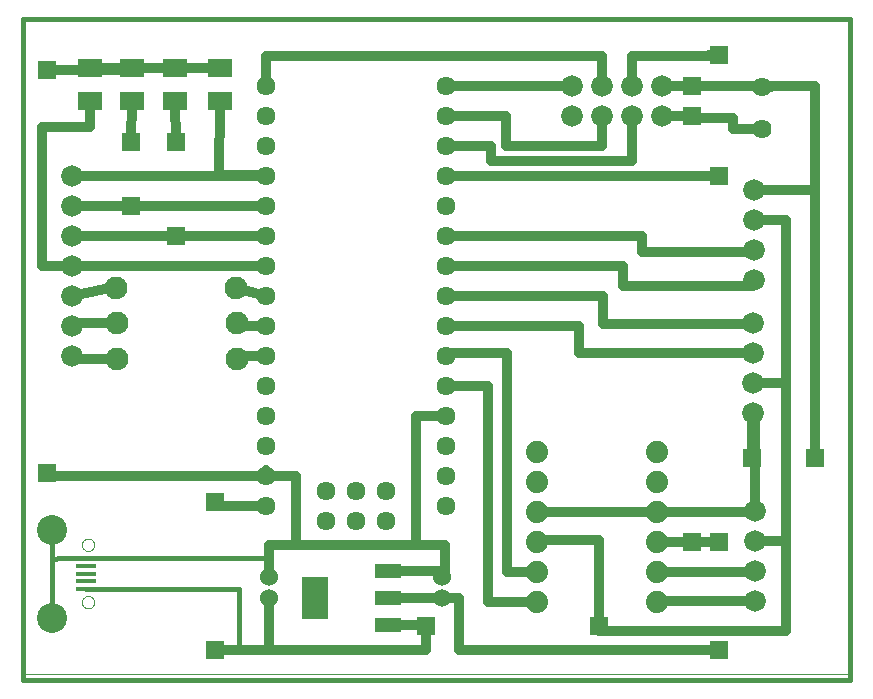
<source format=gbr>
G75*
G70*
%OFA0B0*%
%FSLAX24Y24*%
%IPPOS*%
%LPD*%
%AMOC8*
5,1,8,0,0,1.08239X$1,22.5*
%
%ADD10C,0.0000*%
%ADD11C,0.0160*%
%ADD12C,0.0740*%
%ADD13C,0.0600*%
%ADD14C,0.0720*%
%ADD15R,0.0880X0.0480*%
%ADD16R,0.0866X0.1417*%
%ADD17C,0.0635*%
%ADD18R,0.0689X0.0157*%
%ADD19C,0.1000*%
%ADD20C,0.0640*%
%ADD21C,0.0760*%
%ADD22R,0.0787X0.0630*%
%ADD23R,0.0596X0.0596*%
%ADD24C,0.0320*%
D10*
X000180Y000367D02*
X000180Y022137D01*
X027812Y022137D01*
X027812Y000367D01*
X000180Y000367D01*
X002155Y002772D02*
X002157Y002800D01*
X002163Y002828D01*
X002172Y002854D01*
X002185Y002880D01*
X002201Y002903D01*
X002221Y002923D01*
X002243Y002941D01*
X002267Y002956D01*
X002293Y002967D01*
X002320Y002975D01*
X002348Y002979D01*
X002376Y002979D01*
X002404Y002975D01*
X002431Y002967D01*
X002457Y002956D01*
X002481Y002941D01*
X002503Y002923D01*
X002523Y002903D01*
X002539Y002880D01*
X002552Y002854D01*
X002561Y002828D01*
X002567Y002800D01*
X002569Y002772D01*
X002567Y002744D01*
X002561Y002716D01*
X002552Y002690D01*
X002539Y002664D01*
X002523Y002641D01*
X002503Y002621D01*
X002481Y002603D01*
X002457Y002588D01*
X002431Y002577D01*
X002404Y002569D01*
X002376Y002565D01*
X002348Y002565D01*
X002320Y002569D01*
X002293Y002577D01*
X002267Y002588D01*
X002243Y002603D01*
X002221Y002621D01*
X002201Y002641D01*
X002185Y002664D01*
X002172Y002690D01*
X002163Y002716D01*
X002157Y002744D01*
X002155Y002772D01*
X002155Y004682D02*
X002157Y004710D01*
X002163Y004738D01*
X002172Y004764D01*
X002185Y004790D01*
X002201Y004813D01*
X002221Y004833D01*
X002243Y004851D01*
X002267Y004866D01*
X002293Y004877D01*
X002320Y004885D01*
X002348Y004889D01*
X002376Y004889D01*
X002404Y004885D01*
X002431Y004877D01*
X002457Y004866D01*
X002481Y004851D01*
X002503Y004833D01*
X002523Y004813D01*
X002539Y004790D01*
X002552Y004764D01*
X002561Y004738D01*
X002567Y004710D01*
X002569Y004682D01*
X002567Y004654D01*
X002561Y004626D01*
X002552Y004600D01*
X002539Y004574D01*
X002523Y004551D01*
X002503Y004531D01*
X002481Y004513D01*
X002457Y004498D01*
X002431Y004487D01*
X002404Y004479D01*
X002376Y004475D01*
X002348Y004475D01*
X002320Y004479D01*
X002293Y004487D01*
X002267Y004498D01*
X002243Y004513D01*
X002221Y004531D01*
X002201Y004551D01*
X002185Y004574D01*
X002172Y004600D01*
X002163Y004626D01*
X002157Y004654D01*
X002155Y004682D01*
D11*
X000198Y000180D02*
X000198Y022227D01*
X027757Y022227D01*
X027757Y000180D01*
X000198Y000180D01*
X001169Y002261D02*
X001169Y004207D01*
X001489Y004239D01*
X002281Y004239D01*
X008400Y004239D01*
X008400Y004207D01*
X007380Y003215D02*
X007380Y001167D01*
X008340Y001167D01*
X007380Y003215D02*
X002281Y003215D01*
X001169Y004207D02*
X001169Y005194D01*
D12*
X017320Y004787D03*
X017320Y005787D03*
X017320Y006787D03*
X017320Y007787D03*
X021320Y007787D03*
X021320Y006787D03*
X021320Y005787D03*
X021320Y004787D03*
X021320Y003787D03*
X021320Y002787D03*
X017320Y002787D03*
X017320Y003787D03*
D13*
X014160Y003617D03*
X014160Y002917D03*
X008400Y002917D03*
X008400Y003617D03*
D14*
X001834Y010972D03*
X001834Y011972D03*
X001834Y012972D03*
X001834Y013972D03*
X001834Y014972D03*
X001834Y015972D03*
X001834Y016972D03*
X018481Y018987D03*
X019481Y018987D03*
X020481Y018987D03*
X021481Y018987D03*
X021481Y019987D03*
X020481Y019987D03*
X019481Y019987D03*
X018481Y019987D03*
X024561Y016523D03*
X024561Y015523D03*
X024561Y014523D03*
X024561Y013523D03*
X024537Y012066D03*
X024537Y011066D03*
X024537Y010066D03*
X024537Y009066D03*
X024580Y005807D03*
X024580Y004807D03*
X024580Y003807D03*
X024580Y002807D03*
D15*
X012360Y002907D03*
X012360Y001997D03*
X012360Y003817D03*
D16*
X009920Y002907D03*
D17*
X010300Y005487D03*
X011300Y005487D03*
X012300Y005487D03*
X012300Y006487D03*
X011300Y006487D03*
X010300Y006487D03*
X008300Y005987D03*
X008300Y006987D03*
X008300Y007987D03*
X008300Y008987D03*
X008300Y009987D03*
X008300Y010987D03*
X008300Y011987D03*
X008300Y012987D03*
X008300Y013987D03*
X008300Y014987D03*
X008300Y015987D03*
X008300Y016987D03*
X008300Y017987D03*
X008300Y018987D03*
X008300Y019987D03*
X014300Y019987D03*
X014300Y018987D03*
X014300Y017987D03*
X014300Y016987D03*
X014300Y015987D03*
X014300Y014987D03*
X014300Y013987D03*
X014300Y012987D03*
X014300Y011987D03*
X014300Y010987D03*
X014300Y009987D03*
X014300Y008987D03*
X014300Y007987D03*
X014300Y006987D03*
X014300Y005987D03*
D18*
X002281Y004239D03*
X002281Y003983D03*
X002281Y003727D03*
X002281Y003471D03*
X002281Y003215D03*
D19*
X001169Y002261D03*
X001169Y005194D03*
D20*
X024820Y018547D03*
X024820Y019947D03*
D21*
X007305Y013250D03*
X007320Y012067D03*
X007322Y010884D03*
X003322Y010884D03*
X003320Y012067D03*
X003305Y013250D03*
D22*
X003817Y019491D03*
X003817Y020593D03*
X002411Y020593D03*
X002411Y019491D03*
X005274Y019491D03*
X005274Y020593D03*
X006760Y020593D03*
X006760Y019491D03*
D23*
X005300Y018127D03*
X003780Y018127D03*
X003780Y015967D03*
X005300Y014980D03*
X000980Y020527D03*
X000980Y007087D03*
X006580Y006127D03*
X006580Y001167D03*
X013620Y001967D03*
X019380Y001967D03*
X022500Y004767D03*
X023380Y004767D03*
X024500Y007567D03*
X026580Y007567D03*
X023380Y001167D03*
X023391Y016987D03*
X022481Y018987D03*
X022481Y019987D03*
X023380Y021007D03*
D24*
X023060Y021007D01*
X023231Y020987D02*
X020481Y020987D01*
X020481Y019987D01*
X021481Y019987D02*
X022481Y019987D01*
X025140Y019987D01*
X025140Y019947D01*
X024820Y019947D01*
X025140Y019987D02*
X026580Y019987D01*
X026580Y018927D01*
X026580Y016527D01*
X026580Y016523D01*
X024561Y016523D01*
X024561Y015523D02*
X025620Y015523D01*
X025620Y010066D01*
X025620Y004807D01*
X025620Y001807D01*
X019380Y001807D01*
X019380Y001967D01*
X019380Y004847D01*
X017320Y004847D01*
X017320Y004787D01*
X017320Y005787D02*
X021320Y005787D01*
X024580Y005787D01*
X024580Y005807D01*
X024580Y009066D01*
X024537Y009066D01*
X024500Y009066D01*
X024500Y007567D01*
X026580Y007567D02*
X026580Y012687D01*
X026580Y012847D01*
X026580Y016527D01*
X024820Y018547D02*
X023860Y018547D01*
X023860Y018927D01*
X022580Y018927D01*
X022481Y018987D02*
X021481Y018987D01*
X020481Y018987D02*
X020481Y017487D01*
X015800Y017487D01*
X015800Y017987D01*
X014300Y017987D01*
X014300Y018987D02*
X016300Y018987D01*
X016300Y017987D01*
X019481Y017987D01*
X019481Y018987D01*
X019481Y019987D02*
X019481Y020987D01*
X008300Y020987D01*
X008300Y019987D01*
X006760Y019491D02*
X006740Y017007D01*
X008300Y017007D01*
X008300Y016987D01*
X001834Y016972D01*
X001834Y015972D02*
X001834Y015967D01*
X003780Y015967D01*
X003700Y016047D01*
X005141Y014980D02*
X005300Y014980D01*
X005141Y014980D01*
X001834Y014972D01*
X001834Y013972D02*
X000820Y013972D01*
X000820Y018607D01*
X002411Y018607D01*
X002411Y019491D01*
X002411Y020527D02*
X003860Y020527D01*
X000980Y020527D01*
X002411Y020527D02*
X002411Y020593D01*
X003817Y020593D01*
X005274Y020593D01*
X006760Y020593D01*
X005274Y020593D02*
X003817Y020593D01*
X003817Y019491D02*
X003780Y018127D01*
X005300Y018127D02*
X005274Y019491D01*
X008300Y015987D02*
X001834Y015972D01*
X001834Y013972D02*
X008300Y013987D01*
X008300Y012987D02*
X007305Y013250D01*
X007320Y012067D02*
X007320Y011987D01*
X008300Y011987D01*
X008300Y010987D02*
X007380Y010987D01*
X007380Y010927D01*
X003380Y013327D02*
X001834Y012972D01*
X001834Y012067D02*
X001834Y011972D01*
X001834Y012067D02*
X003320Y012067D01*
X003322Y010884D02*
X001834Y010884D01*
X001834Y010972D01*
X000980Y007087D02*
X000980Y006987D01*
X008300Y006987D01*
X008300Y007167D01*
X008300Y006987D02*
X009300Y006987D01*
X009300Y004687D01*
X013300Y004687D01*
X013300Y008987D01*
X014300Y008987D01*
X014300Y009967D02*
X014300Y009987D01*
X014300Y009967D02*
X015700Y009967D01*
X015700Y002787D01*
X017320Y002787D01*
X017320Y003787D02*
X016340Y003787D01*
X016340Y011087D01*
X014260Y011087D01*
X014260Y010927D01*
X014300Y011987D02*
X018740Y011987D01*
X018740Y011087D01*
X024537Y011087D01*
X024537Y011066D01*
X024500Y012047D02*
X019540Y012047D01*
X019540Y012987D01*
X014300Y012987D01*
X014300Y013987D02*
X020180Y013987D01*
X020180Y013327D01*
X024500Y013327D01*
X024500Y013487D01*
X024561Y014447D02*
X024561Y014523D01*
X024561Y014447D02*
X020820Y014447D01*
X020820Y014987D01*
X014300Y014987D01*
X014300Y016987D02*
X023391Y016987D01*
X018481Y019987D02*
X014300Y019987D01*
X008300Y014987D02*
X005300Y014980D01*
X006580Y006127D02*
X006580Y005987D01*
X008300Y005987D01*
X008400Y004687D02*
X009300Y004687D01*
X008400Y004687D02*
X008400Y004207D01*
X008400Y003617D01*
X008400Y002917D02*
X008400Y001167D01*
X008500Y001167D01*
X006580Y001167D01*
X008500Y001167D02*
X013620Y001167D01*
X013620Y001967D01*
X013620Y001997D01*
X012360Y001997D01*
X012360Y002907D02*
X012360Y002927D01*
X014260Y002927D01*
X014160Y002927D02*
X014160Y002917D01*
X014160Y002927D02*
X014740Y002927D01*
X014740Y001167D01*
X023380Y001167D01*
X024580Y002807D02*
X021300Y002807D01*
X021300Y002767D01*
X021320Y003787D02*
X024660Y003787D01*
X024660Y003727D01*
X024580Y004807D02*
X025620Y004807D01*
X023380Y004787D02*
X023380Y004767D01*
X023380Y004787D02*
X021320Y004787D01*
X022580Y004787D01*
X022500Y004767D01*
X024537Y010066D02*
X025620Y010066D01*
X014260Y004687D02*
X014260Y003817D01*
X014160Y003817D01*
X014160Y003617D01*
X014160Y003817D02*
X012360Y003817D01*
X013300Y004687D02*
X014260Y004687D01*
M02*

</source>
